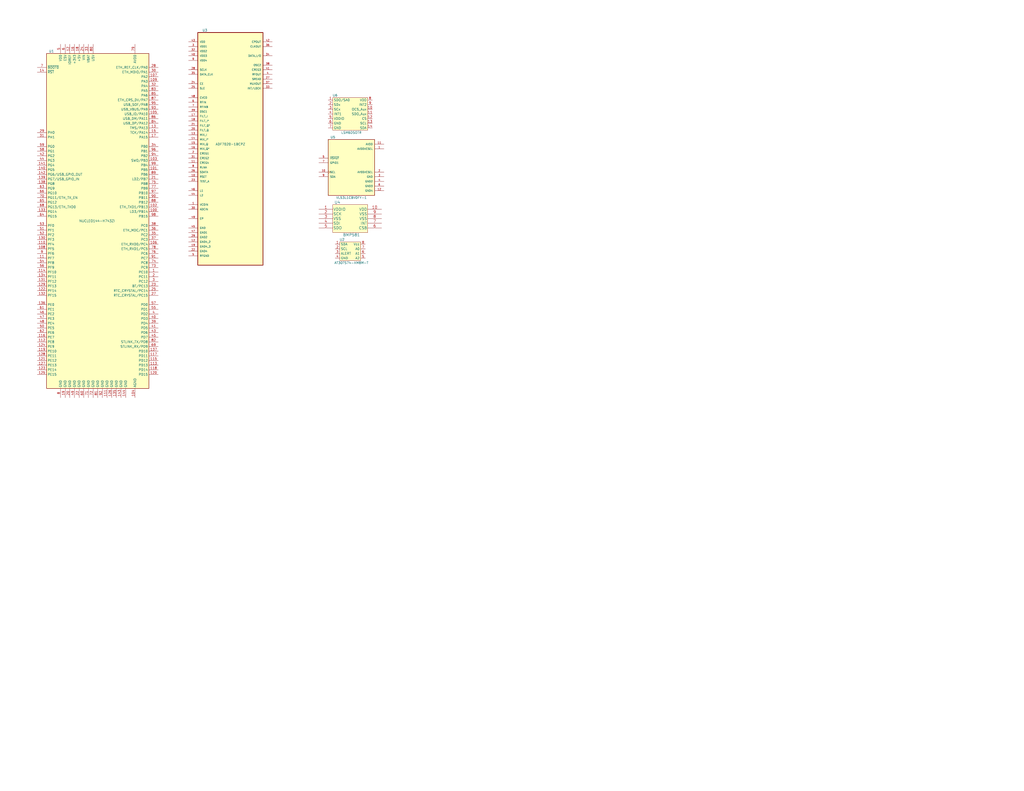
<source format=kicad_sch>
(kicad_sch (version 20211123) (generator eeschema)

  (uuid 1950af95-c9fa-4835-9a9f-b449e8186f0d)

  (paper "C")

  (lib_symbols
    (symbol "KiCad_Cust:ADF7020-1BCPZ" (pin_names (offset 1.016)) (in_bom yes) (on_board yes)
      (property "Reference" "U" (id 0) (at -16.51 60.96 0)
        (effects (font (size 1.27 1.27)) (justify left bottom))
      )
      (property "Value" "ADF7020-1BCPZ" (id 1) (at -7.62 -68.58 0)
        (effects (font (size 1.27 1.27)) (justify left bottom))
      )
      (property "Footprint" "Package_DFN_QFN:VQFN-48-1EP_7x7mm_P0.5mm_EP5.15x5.15mm_ThermalVias" (id 2) (at 0 0 0)
        (effects (font (size 1.27 1.27)) (justify left bottom) hide)
      )
      (property "Datasheet" "" (id 3) (at 0 0 0)
        (effects (font (size 1.27 1.27)) (justify left bottom) hide)
      )
      (property "MPN" "ADF7020-1BCPZ" (id 4) (at 0 0 0)
        (effects (font (size 1.27 1.27)) (justify left bottom) hide)
      )
      (property "PACKAGE" "LFCSP-48" (id 5) (at 0 0 0)
        (effects (font (size 1.27 1.27)) (justify left bottom) hide)
      )
      (property "OC_NEWARK" "19M0658" (id 6) (at 0 0 0)
        (effects (font (size 1.27 1.27)) (justify left bottom) hide)
      )
      (property "OC_FARNELL" "1274184" (id 7) (at 0 0 0)
        (effects (font (size 1.27 1.27)) (justify left bottom) hide)
      )
      (property "SUPPLIER" "Analog Devices" (id 8) (at 0 0 0)
        (effects (font (size 1.27 1.27)) (justify left bottom) hide)
      )
      (property "ki_keywords" "IC RF TXRX VHF 48VFQFN" (id 9) (at 0 0 0)
        (effects (font (size 1.27 1.27)) hide)
      )
      (property "ki_description" "IC RF TxRx Only VHF FM Radio 80MHz ~ 650MHz 48-VFQFN Exposed Pad, CSP" (id 10) (at 0 0 0)
        (effects (font (size 1.27 1.27)) hide)
      )
      (symbol "ADF7020-1BCPZ_0_0"
        (rectangle (start -17.78 -66.04) (end 17.78 60.96)
          (stroke (width 0.4064) (type default) (color 0 0 0 0))
          (fill (type background))
        )
        (pin input line (at -22.86 -33.02 0) (length 5.08)
          (name "VCOIN" (effects (font (size 1.016 1.016))))
          (number "1" (effects (font (size 1.016 1.016))))
        )
        (pin passive line (at -22.86 -17.78 0) (length 5.08)
          (name "RSET" (effects (font (size 1.016 1.016))))
          (number "10" (effects (font (size 1.016 1.016))))
        )
        (pin passive line (at -22.86 -10.16 0) (length 5.08)
          (name "CREG4" (effects (font (size 1.016 1.016))))
          (number "11" (effects (font (size 1.016 1.016))))
        )
        (pin passive line (at -22.86 -53.34 0) (length 5.08)
          (name "GND4_2" (effects (font (size 1.016 1.016))))
          (number "12" (effects (font (size 1.016 1.016))))
        )
        (pin passive line (at -22.86 5.08 0) (length 5.08)
          (name "MIX_I" (effects (font (size 1.016 1.016))))
          (number "13" (effects (font (size 1.016 1.016))))
        )
        (pin passive line (at -22.86 2.54 0) (length 5.08)
          (name "MIX_I*" (effects (font (size 1.016 1.016))))
          (number "14" (effects (font (size 1.016 1.016))))
        )
        (pin passive line (at -22.86 0 0) (length 5.08)
          (name "MIX_Q" (effects (font (size 1.016 1.016))))
          (number "15" (effects (font (size 1.016 1.016))))
        )
        (pin passive line (at -22.86 -2.54 0) (length 5.08)
          (name "MIX_Q*" (effects (font (size 1.016 1.016))))
          (number "16" (effects (font (size 1.016 1.016))))
        )
        (pin passive line (at -22.86 15.24 0) (length 5.08)
          (name "FILT_I" (effects (font (size 1.016 1.016))))
          (number "17" (effects (font (size 1.016 1.016))))
        )
        (pin passive line (at -22.86 12.7 0) (length 5.08)
          (name "FILT_I*" (effects (font (size 1.016 1.016))))
          (number "18" (effects (font (size 1.016 1.016))))
        )
        (pin passive line (at -22.86 -55.88 0) (length 5.08)
          (name "GND4_3" (effects (font (size 1.016 1.016))))
          (number "19" (effects (font (size 1.016 1.016))))
        )
        (pin passive line (at -22.86 -5.08 0) (length 5.08)
          (name "CREG1" (effects (font (size 1.016 1.016))))
          (number "2" (effects (font (size 1.016 1.016))))
        )
        (pin passive line (at -22.86 7.62 0) (length 5.08)
          (name "FILT_Q" (effects (font (size 1.016 1.016))))
          (number "20" (effects (font (size 1.016 1.016))))
        )
        (pin passive line (at -22.86 10.16 0) (length 5.08)
          (name "FILT_Q*" (effects (font (size 1.016 1.016))))
          (number "21" (effects (font (size 1.016 1.016))))
        )
        (pin passive line (at -22.86 -58.42 0) (length 5.08)
          (name "GND4" (effects (font (size 1.016 1.016))))
          (number "22" (effects (font (size 1.016 1.016))))
        )
        (pin passive line (at -22.86 -20.32 0) (length 5.08)
          (name "TEST_A" (effects (font (size 1.016 1.016))))
          (number "23" (effects (font (size 1.016 1.016))))
        )
        (pin passive line (at -22.86 33.02 0) (length 5.08)
          (name "CE" (effects (font (size 1.016 1.016))))
          (number "24" (effects (font (size 1.016 1.016))))
        )
        (pin passive line (at -22.86 30.48 0) (length 5.08)
          (name "SLE" (effects (font (size 1.016 1.016))))
          (number "25" (effects (font (size 1.016 1.016))))
        )
        (pin input line (at -22.86 -15.24 0) (length 5.08)
          (name "SDATA" (effects (font (size 1.016 1.016))))
          (number "26" (effects (font (size 1.016 1.016))))
        )
        (pin output line (at 22.86 35.56 180) (length 5.08)
          (name "SREAD" (effects (font (size 1.016 1.016))))
          (number "27" (effects (font (size 1.016 1.016))))
        )
        (pin input line (at -22.86 40.64 0) (length 5.08)
          (name "SCLK" (effects (font (size 1.016 1.016))))
          (number "28" (effects (font (size 1.016 1.016))))
        )
        (pin passive line (at -22.86 -50.8 0) (length 5.08)
          (name "GND2" (effects (font (size 1.016 1.016))))
          (number "29" (effects (font (size 1.016 1.016))))
        )
        (pin power_in line (at -22.86 53.34 0) (length 5.08)
          (name "VDD1" (effects (font (size 1.016 1.016))))
          (number "3" (effects (font (size 1.016 1.016))))
        )
        (pin input line (at -22.86 -35.56 0) (length 5.08)
          (name "ADCIN" (effects (font (size 1.016 1.016))))
          (number "30" (effects (font (size 1.016 1.016))))
        )
        (pin passive line (at -22.86 -7.62 0) (length 5.08)
          (name "CREG2" (effects (font (size 1.016 1.016))))
          (number "31" (effects (font (size 1.016 1.016))))
        )
        (pin power_in line (at -22.86 50.8 0) (length 5.08)
          (name "VDD2" (effects (font (size 1.016 1.016))))
          (number "32" (effects (font (size 1.016 1.016))))
        )
        (pin bidirectional line (at 22.86 30.48 180) (length 5.08)
          (name "INT/LOCK" (effects (font (size 1.016 1.016))))
          (number "33" (effects (font (size 1.016 1.016))))
        )
        (pin bidirectional line (at 22.86 48.26 180) (length 5.08)
          (name "DATA_I/O" (effects (font (size 1.016 1.016))))
          (number "34" (effects (font (size 1.016 1.016))))
        )
        (pin passive line (at -22.86 38.1 0) (length 5.08)
          (name "DATA_CLK" (effects (font (size 1.016 1.016))))
          (number "35" (effects (font (size 1.016 1.016))))
        )
        (pin output line (at 22.86 53.34 180) (length 5.08)
          (name "CLKOUT" (effects (font (size 1.016 1.016))))
          (number "36" (effects (font (size 1.016 1.016))))
        )
        (pin output line (at 22.86 33.02 180) (length 5.08)
          (name "MUXOUT" (effects (font (size 1.016 1.016))))
          (number "37" (effects (font (size 1.016 1.016))))
        )
        (pin output line (at 22.86 43.18 180) (length 5.08)
          (name "OSC2" (effects (font (size 1.016 1.016))))
          (number "38" (effects (font (size 1.016 1.016))))
        )
        (pin input line (at -22.86 17.78 0) (length 5.08)
          (name "OSC1" (effects (font (size 1.016 1.016))))
          (number "39" (effects (font (size 1.016 1.016))))
        )
        (pin output line (at 22.86 38.1 180) (length 5.08)
          (name "RFOUT" (effects (font (size 1.016 1.016))))
          (number "4" (effects (font (size 1.016 1.016))))
        )
        (pin power_in line (at -22.86 48.26 0) (length 5.08)
          (name "VDD3" (effects (font (size 1.016 1.016))))
          (number "40" (effects (font (size 1.016 1.016))))
        )
        (pin passive line (at 22.86 40.64 180) (length 5.08)
          (name "CREG3" (effects (font (size 1.016 1.016))))
          (number "41" (effects (font (size 1.016 1.016))))
        )
        (pin output line (at 22.86 55.88 180) (length 5.08)
          (name "CPOUT" (effects (font (size 1.016 1.016))))
          (number "42" (effects (font (size 1.016 1.016))))
        )
        (pin power_in line (at -22.86 55.88 0) (length 5.08)
          (name "VDD" (effects (font (size 1.016 1.016))))
          (number "43" (effects (font (size 1.016 1.016))))
        )
        (pin passive line (at -22.86 -27.94 0) (length 5.08)
          (name "L2" (effects (font (size 1.016 1.016))))
          (number "44" (effects (font (size 1.016 1.016))))
        )
        (pin passive line (at -22.86 -45.72 0) (length 5.08)
          (name "GND" (effects (font (size 1.016 1.016))))
          (number "45" (effects (font (size 1.016 1.016))))
        )
        (pin passive line (at -22.86 -25.4 0) (length 5.08)
          (name "L1" (effects (font (size 1.016 1.016))))
          (number "46" (effects (font (size 1.016 1.016))))
        )
        (pin passive line (at -22.86 -48.26 0) (length 5.08)
          (name "GND1" (effects (font (size 1.016 1.016))))
          (number "47" (effects (font (size 1.016 1.016))))
        )
        (pin passive line (at -22.86 25.4 0) (length 5.08)
          (name "CVCO" (effects (font (size 1.016 1.016))))
          (number "48" (effects (font (size 1.016 1.016))))
        )
        (pin passive line (at -22.86 -40.64 0) (length 5.08)
          (name "EP" (effects (font (size 1.016 1.016))))
          (number "49" (effects (font (size 1.016 1.016))))
        )
        (pin passive line (at -22.86 -60.96 0) (length 5.08)
          (name "RFGND" (effects (font (size 1.016 1.016))))
          (number "5" (effects (font (size 1.016 1.016))))
        )
        (pin input line (at -22.86 22.86 0) (length 5.08)
          (name "RFIN" (effects (font (size 1.016 1.016))))
          (number "6" (effects (font (size 1.016 1.016))))
        )
        (pin input line (at -22.86 20.32 0) (length 5.08)
          (name "RFINB" (effects (font (size 1.016 1.016))))
          (number "7" (effects (font (size 1.016 1.016))))
        )
        (pin passive line (at -22.86 -12.7 0) (length 5.08)
          (name "RLNA" (effects (font (size 1.016 1.016))))
          (number "8" (effects (font (size 1.016 1.016))))
        )
        (pin power_in line (at -22.86 45.72 0) (length 5.08)
          (name "VDD4" (effects (font (size 1.016 1.016))))
          (number "9" (effects (font (size 1.016 1.016))))
        )
      )
    )
    (symbol "KiCad_Cust:AT30TS74-XM8M-T" (in_bom yes) (on_board yes)
      (property "Reference" "U" (id 0) (at -5.08 6.35 0)
        (effects (font (size 1.27 1.27)))
      )
      (property "Value" "AT30TS74-XM8M-T" (id 1) (at 0 -6.35 0)
        (effects (font (size 1.27 1.27)))
      )
      (property "Footprint" "Package_SO:MSOP-8_3x3mm_P0.65mm" (id 2) (at 0 0 0)
        (effects (font (size 1.27 1.27)) hide)
      )
      (property "Datasheet" "https://ww1.microchip.com/downloads/en/DeviceDoc/Web_AT30TS74_0217.pdf" (id 3) (at 0 0 0)
        (effects (font (size 1.27 1.27)) hide)
      )
      (property "ki_keywords" "SENSOR DIGITAL -55C-125C 8MSOP" (id 4) (at 0 0 0)
        (effects (font (size 1.27 1.27)) hide)
      )
      (property "ki_description" "Temperature Sensor Digital, Local -55°C ~ 125°C 11 b 8-TSSOP/MSOP" (id 5) (at 0 0 0)
        (effects (font (size 1.27 1.27)) hide)
      )
      (symbol "AT30TS74-XM8M-T_0_0"
        (pin input line (at -8.89 3.81 0) (length 2.54)
          (name "SDA" (effects (font (size 1.27 1.27))))
          (number "1" (effects (font (size 1.27 1.27))))
        )
        (pin input line (at -8.89 1.27 0) (length 2.54)
          (name "SCL" (effects (font (size 1.27 1.27))))
          (number "2" (effects (font (size 1.27 1.27))))
        )
        (pin output line (at -8.89 -1.27 0) (length 2.54)
          (name "ALERT" (effects (font (size 1.27 1.27))))
          (number "3" (effects (font (size 1.27 1.27))))
        )
        (pin power_in line (at -8.89 -3.81 0) (length 2.54)
          (name "GND" (effects (font (size 1.27 1.27))))
          (number "4" (effects (font (size 1.27 1.27))))
        )
        (pin input line (at 7.62 -3.81 180) (length 2.54)
          (name "A2" (effects (font (size 1.27 1.27))))
          (number "5" (effects (font (size 1.27 1.27))))
        )
        (pin input line (at 7.62 -1.27 180) (length 2.54)
          (name "A1" (effects (font (size 1.27 1.27))))
          (number "6" (effects (font (size 1.27 1.27))))
        )
        (pin input line (at 7.62 1.27 180) (length 2.54)
          (name "A0" (effects (font (size 1.27 1.27))))
          (number "7" (effects (font (size 1.27 1.27))))
        )
        (pin power_in line (at 7.62 3.81 180) (length 2.54)
          (name "Vcc" (effects (font (size 1.27 1.27))))
          (number "8" (effects (font (size 1.27 1.27))))
        )
      )
      (symbol "AT30TS74-XM8M-T_0_1"
        (rectangle (start -6.35 5.08) (end 5.08 -5.08)
          (stroke (width 0) (type default) (color 0 0 0 0))
          (fill (type background))
        )
      )
    )
    (symbol "KiCad_Cust:BMP581" (pin_names (offset 0.254)) (in_bom yes) (on_board yes)
      (property "Reference" "U" (id 0) (at -8.89 8.89 0)
        (effects (font (size 1.524 1.524)))
      )
      (property "Value" "BMP581" (id 1) (at 0 -8.89 0)
        (effects (font (size 1.524 1.524)))
      )
      (property "Footprint" "KiCad_Cust:BMP581" (id 2) (at 5.08 10.16 0)
        (effects (font (size 1.524 1.524)) hide)
      )
      (property "Datasheet" "https://www.bosch-sensortec.com/media/boschsensortec/downloads/datasheets/bst-bmp581-ds004.pdf" (id 3) (at 0 0 0)
        (effects (font (size 1.524 1.524)) hide)
      )
      (property "ki_keywords" "SENSOR PRESSURE ABSOLUTE" (id 4) (at 0 0 0)
        (effects (font (size 1.27 1.27)) hide)
      )
      (property "ki_description" "Pressure Sensor 4.35PSI ~ 18.13PSI (30kPa ~ 125kPa) Absolute 10-WFLGA" (id 5) (at 0 0 0)
        (effects (font (size 1.27 1.27)) hide)
      )
      (property "ki_fp_filters" "QFN10_BMP581_BOS QFN10_BMP581_BOS-M QFN10_BMP581_BOS-L" (id 6) (at 0 0 0)
        (effects (font (size 1.27 1.27)) hide)
      )
      (symbol "BMP581_1_1"
        (rectangle (start -10.16 7.62) (end 8.89 -7.62)
          (stroke (width 0) (type default) (color 0 0 0 0))
          (fill (type background))
        )
        (pin power_in line (at -17.78 5.08 0) (length 7.62)
          (name "VDDIO" (effects (font (size 1.4986 1.4986))))
          (number "1" (effects (font (size 1.4986 1.4986))))
        )
        (pin power_in line (at 16.51 5.08 180) (length 7.62)
          (name "VDD" (effects (font (size 1.4986 1.4986))))
          (number "10" (effects (font (size 1.4986 1.4986))))
        )
        (pin unspecified line (at -17.78 2.54 0) (length 7.62)
          (name "SCK" (effects (font (size 1.4986 1.4986))))
          (number "2" (effects (font (size 1.4986 1.4986))))
        )
        (pin power_in line (at -17.78 0 0) (length 7.62)
          (name "VSS" (effects (font (size 1.4986 1.4986))))
          (number "3" (effects (font (size 1.4986 1.4986))))
        )
        (pin unspecified line (at -17.78 -2.54 0) (length 7.62)
          (name "SDI" (effects (font (size 1.4986 1.4986))))
          (number "4" (effects (font (size 1.4986 1.4986))))
        )
        (pin unspecified line (at -17.78 -5.08 0) (length 7.62)
          (name "SDO" (effects (font (size 1.4986 1.4986))))
          (number "5" (effects (font (size 1.4986 1.4986))))
        )
        (pin unspecified line (at 16.51 -5.08 180) (length 7.62)
          (name "CSB" (effects (font (size 1.4986 1.4986))))
          (number "6" (effects (font (size 1.4986 1.4986))))
        )
        (pin input line (at 16.51 -2.54 180) (length 7.62)
          (name "INT" (effects (font (size 1.4986 1.4986))))
          (number "7" (effects (font (size 1.4986 1.4986))))
        )
        (pin power_in line (at 16.51 0 180) (length 7.62)
          (name "VSS" (effects (font (size 1.4986 1.4986))))
          (number "8" (effects (font (size 1.4986 1.4986))))
        )
        (pin power_in line (at 16.51 2.54 180) (length 7.62)
          (name "VSS" (effects (font (size 1.4986 1.4986))))
          (number "9" (effects (font (size 1.4986 1.4986))))
        )
      )
    )
    (symbol "KiCad_Cust:LSM6DSOTR" (in_bom yes) (on_board yes)
      (property "Reference" "U" (id 0) (at -8.89 10.16 0)
        (effects (font (size 1.27 1.27)))
      )
      (property "Value" "LSM6DSOTR" (id 1) (at 0 -10.16 0)
        (effects (font (size 1.27 1.27)))
      )
      (property "Footprint" "KiCad_Cust:LSM6DSOTR" (id 2) (at -12.7 7.62 0)
        (effects (font (size 1.27 1.27)) hide)
      )
      (property "Datasheet" "https://www.st.com/resource/en/datasheet/lsm6dso.pdf" (id 3) (at -12.7 7.62 0)
        (effects (font (size 1.27 1.27)) hide)
      )
      (property "ki_keywords" "MEMS Accelerometer, Gyroscope, 6 Axis Sensor" (id 4) (at 0 0 0)
        (effects (font (size 1.27 1.27)) hide)
      )
      (property "ki_description" "Accelerometer, Gyroscope, 6 Axis Sensor I²C, SPI Output" (id 5) (at 0 0 0)
        (effects (font (size 1.27 1.27)) hide)
      )
      (symbol "LSM6DSOTR_0_0"
        (pin unspecified line (at -12.7 7.62 0) (length 2.54)
          (name "SDO/SA0" (effects (font (size 1.27 1.27))))
          (number "1" (effects (font (size 1.27 1.27))))
        )
        (pin unspecified line (at 11.43 2.54 180) (length 2.54)
          (name "OCS_Aux" (effects (font (size 1.27 1.27))))
          (number "10" (effects (font (size 1.27 1.27))))
        )
        (pin unspecified line (at 11.43 0 180) (length 2.54)
          (name "SDO_Aux" (effects (font (size 1.27 1.27))))
          (number "11" (effects (font (size 1.27 1.27))))
        )
        (pin unspecified line (at 11.43 -2.54 180) (length 2.54)
          (name "CS" (effects (font (size 1.27 1.27))))
          (number "12" (effects (font (size 1.27 1.27))))
        )
        (pin unspecified line (at 11.43 -5.08 180) (length 2.54)
          (name "SCL" (effects (font (size 1.27 1.27))))
          (number "13" (effects (font (size 1.27 1.27))))
        )
        (pin unspecified line (at 11.43 -7.62 180) (length 2.54)
          (name "SDA" (effects (font (size 1.27 1.27))))
          (number "14" (effects (font (size 1.27 1.27))))
        )
        (pin unspecified line (at -12.7 5.08 0) (length 2.54)
          (name "SDx" (effects (font (size 1.27 1.27))))
          (number "2" (effects (font (size 1.27 1.27))))
        )
        (pin unspecified line (at -12.7 2.54 0) (length 2.54)
          (name "SCx" (effects (font (size 1.27 1.27))))
          (number "3" (effects (font (size 1.27 1.27))))
        )
        (pin unspecified line (at -12.7 0 0) (length 2.54)
          (name "INT1" (effects (font (size 1.27 1.27))))
          (number "4" (effects (font (size 1.27 1.27))))
        )
        (pin unspecified line (at -12.7 -2.54 0) (length 2.54)
          (name "VDDIO" (effects (font (size 1.27 1.27))))
          (number "5" (effects (font (size 1.27 1.27))))
        )
        (pin unspecified line (at -12.7 -5.08 0) (length 2.54)
          (name "GND" (effects (font (size 1.27 1.27))))
          (number "6" (effects (font (size 1.27 1.27))))
        )
        (pin unspecified line (at -12.7 -7.62 0) (length 2.54)
          (name "GND" (effects (font (size 1.27 1.27))))
          (number "7" (effects (font (size 1.27 1.27))))
        )
        (pin unspecified line (at 11.43 7.62 180) (length 2.54)
          (name "VDD" (effects (font (size 1.27 1.27))))
          (number "8" (effects (font (size 1.27 1.27))))
        )
        (pin unspecified line (at 11.43 5.08 180) (length 2.54)
          (name "INT2" (effects (font (size 1.27 1.27))))
          (number "9" (effects (font (size 1.27 1.27))))
        )
      )
      (symbol "LSM6DSOTR_0_1"
        (rectangle (start -10.16 8.89) (end 8.89 -8.89)
          (stroke (width 0) (type default) (color 0 0 0 0))
          (fill (type background))
        )
      )
    )
    (symbol "KiCad_Cust:VL53L1CBV0FY-1" (pin_names (offset 1.016)) (in_bom yes) (on_board yes)
      (property "Reference" "U" (id 0) (at -13.208 16.002 0)
        (effects (font (size 1.27 1.27)) (justify left bottom))
      )
      (property "Value" "VL53L1CBV0FY-1" (id 1) (at -13.081 -18.796 0)
        (effects (font (size 1.27 1.27)) (justify left bottom))
      )
      (property "Footprint" "KiCad_Cust:XDCR_VL53L1CBV0FY-1" (id 2) (at 0 0 0)
        (effects (font (size 1.27 1.27)) (justify left bottom) hide)
      )
      (property "Datasheet" "https://www.st.com/resource/en/datasheet/vl53l1.pdf" (id 3) (at 0 0 0)
        (effects (font (size 1.27 1.27)) (justify left bottom) hide)
      )
      (property "MANUFACTURER" "ST Microelectronics" (id 4) (at 0 0 0)
        (effects (font (size 1.27 1.27)) (justify left bottom) hide)
      )
      (property "PARTREV" "3" (id 5) (at 0 0 0)
        (effects (font (size 1.27 1.27)) (justify left bottom) hide)
      )
      (property "STANDARD" "Manufacturer Recommendations" (id 6) (at 0 0 0)
        (effects (font (size 1.27 1.27)) (justify left bottom) hide)
      )
      (property "MAXIMUM_PACKAGE_HEIGHT" "1.6mm" (id 7) (at 0 0 0)
        (effects (font (size 1.27 1.27)) (justify left bottom) hide)
      )
      (property "ki_keywords" "SENSOR OPTICAL 8M I2C" (id 8) (at 0 0 0)
        (effects (font (size 1.27 1.27)) hide)
      )
      (property "ki_description" "Optical Sensor 314.96\" (8m) I²C Output" (id 9) (at 0 0 0)
        (effects (font (size 1.27 1.27)) hide)
      )
      (symbol "VL53L1CBV0FY-1_0_0"
        (rectangle (start -12.7 -15.24) (end 12.7 15.24)
          (stroke (width 0.254) (type default) (color 0 0 0 0))
          (fill (type background))
        )
        (pin power_in line (at 17.78 10.16 180) (length 5.08)
          (name "AVDDVCSEL" (effects (font (size 1.016 1.016))))
          (number "1" (effects (font (size 1.016 1.016))))
        )
        (pin input clock (at -17.78 -2.54 0) (length 5.08)
          (name "SCL" (effects (font (size 1.016 1.016))))
          (number "10" (effects (font (size 1.016 1.016))))
        )
        (pin power_in line (at 17.78 12.7 180) (length 5.08)
          (name "AVDD" (effects (font (size 1.016 1.016))))
          (number "11" (effects (font (size 1.016 1.016))))
        )
        (pin power_in line (at 17.78 -12.7 180) (length 5.08)
          (name "GND4" (effects (font (size 1.016 1.016))))
          (number "12" (effects (font (size 1.016 1.016))))
        )
        (pin power_in line (at 17.78 -2.54 180) (length 5.08)
          (name "AVSSVCSEL" (effects (font (size 1.016 1.016))))
          (number "2" (effects (font (size 1.016 1.016))))
        )
        (pin power_in line (at 17.78 -5.08 180) (length 5.08)
          (name "GND" (effects (font (size 1.016 1.016))))
          (number "3" (effects (font (size 1.016 1.016))))
        )
        (pin power_in line (at 17.78 -7.62 180) (length 5.08)
          (name "GND2" (effects (font (size 1.016 1.016))))
          (number "4" (effects (font (size 1.016 1.016))))
        )
        (pin input line (at -17.78 5.08 0) (length 5.08)
          (name "~{XSHUT}" (effects (font (size 1.016 1.016))))
          (number "5" (effects (font (size 1.016 1.016))))
        )
        (pin power_in line (at 17.78 -10.16 180) (length 5.08)
          (name "GND3" (effects (font (size 1.016 1.016))))
          (number "6" (effects (font (size 1.016 1.016))))
        )
        (pin output line (at -17.78 2.54 0) (length 5.08)
          (name "GPIO1" (effects (font (size 1.016 1.016))))
          (number "7" (effects (font (size 1.016 1.016))))
        )
        (pin no_connect line (at -15.24 -10.16 0) (length 2.54) hide
          (name "DNC" (effects (font (size 1.27 1.27))))
          (number "8" (effects (font (size 1.27 1.27))))
        )
        (pin bidirectional line (at -17.78 -5.08 0) (length 5.08)
          (name "SDA" (effects (font (size 1.016 1.016))))
          (number "9" (effects (font (size 1.016 1.016))))
        )
      )
    )
    (symbol "MCU_Module:NUCLEO144-H743ZI" (in_bom yes) (on_board yes)
      (property "Reference" "U" (id 0) (at -22.86 94.615 0)
        (effects (font (size 1.27 1.27)) (justify right))
      )
      (property "Value" "NUCLEO144-H743ZI" (id 1) (at -22.86 92.71 0)
        (effects (font (size 1.27 1.27)) (justify right))
      )
      (property "Footprint" "Module:ST_Morpho_Connector_144_STLink" (id 2) (at 21.59 -92.71 0)
        (effects (font (size 1.27 1.27)) (justify left) hide)
      )
      (property "Datasheet" "https://www.st.com/resource/en/user_manual/dm00244518-stm32-nucleo144-boards-stmicroelectronics.pdf" (id 3) (at -22.86 7.62 0)
        (effects (font (size 1.27 1.27)) hide)
      )
      (property "ki_keywords" "STM32 Nucleo ST" (id 4) (at 0 0 0)
        (effects (font (size 1.27 1.27)) hide)
      )
      (property "ki_description" "Nucleo 144 Development Board with STM32H743ZIT6 MCU, 1024kB RAM, 2Mb FLASH" (id 5) (at 0 0 0)
        (effects (font (size 1.27 1.27)) hide)
      )
      (property "ki_fp_filters" "ST*Morpho*Connector*144*STLink*" (id 6) (at 0 0 0)
        (effects (font (size 1.27 1.27)) hide)
      )
      (symbol "NUCLEO144-H743ZI_0_1"
        (rectangle (start -27.94 -91.44) (end 27.94 91.44)
          (stroke (width 0.254) (type default) (color 0 0 0 0))
          (fill (type background))
        )
      )
      (symbol "NUCLEO144-H743ZI_1_1"
        (pin bidirectional line (at 33.02 -27.94 180) (length 5.08)
          (name "PC10" (effects (font (size 1.27 1.27))))
          (number "1" (effects (font (size 1.27 1.27))))
        )
        (pin no_connect line (at -33.02 55.88 0) (length 5.08) hide
          (name "NC" (effects (font (size 1.27 1.27))))
          (number "10" (effects (font (size 1.27 1.27))))
        )
        (pin bidirectional line (at 33.02 5.08 180) (length 5.08)
          (name "LD3/PB14" (effects (font (size 1.27 1.27))))
          (number "100" (effects (font (size 1.27 1.27))))
        )
        (pin bidirectional line (at 33.02 27.94 180) (length 5.08)
          (name "PB5" (effects (font (size 1.27 1.27))))
          (number "101" (effects (font (size 1.27 1.27))))
        )
        (pin bidirectional line (at 33.02 7.62 180) (length 5.08)
          (name "ETH_TXD1/PB13" (effects (font (size 1.27 1.27))))
          (number "102" (effects (font (size 1.27 1.27))))
        )
        (pin bidirectional line (at 33.02 33.02 180) (length 5.08)
          (name "SWO/PB3" (effects (font (size 1.27 1.27))))
          (number "103" (effects (font (size 1.27 1.27))))
        )
        (pin power_in line (at 20.32 -96.52 90) (length 5.08)
          (name "AGND" (effects (font (size 1.27 1.27))))
          (number "104" (effects (font (size 1.27 1.27))))
        )
        (pin bidirectional line (at 33.02 58.42 180) (length 5.08)
          (name "USB_ID/PA10" (effects (font (size 1.27 1.27))))
          (number "105" (effects (font (size 1.27 1.27))))
        )
        (pin bidirectional line (at 33.02 -12.7 180) (length 5.08)
          (name "ETH_RXD0/PC4" (effects (font (size 1.27 1.27))))
          (number "106" (effects (font (size 1.27 1.27))))
        )
        (pin bidirectional line (at 33.02 78.74 180) (length 5.08)
          (name "PA2" (effects (font (size 1.27 1.27))))
          (number "107" (effects (font (size 1.27 1.27))))
        )
        (pin bidirectional line (at -33.02 -15.24 0) (length 5.08)
          (name "PF5" (effects (font (size 1.27 1.27))))
          (number "108" (effects (font (size 1.27 1.27))))
        )
        (pin bidirectional line (at 33.02 76.2 180) (length 5.08)
          (name "PA3" (effects (font (size 1.27 1.27))))
          (number "109" (effects (font (size 1.27 1.27))))
        )
        (pin bidirectional line (at -33.02 -20.32 0) (length 5.08)
          (name "PF7" (effects (font (size 1.27 1.27))))
          (number "11" (effects (font (size 1.27 1.27))))
        )
        (pin bidirectional line (at -33.02 -12.7 0) (length 5.08)
          (name "PF4" (effects (font (size 1.27 1.27))))
          (number "110" (effects (font (size 1.27 1.27))))
        )
        (pin power_in line (at 5.08 -96.52 90) (length 5.08)
          (name "GND" (effects (font (size 1.27 1.27))))
          (number "111" (effects (font (size 1.27 1.27))))
        )
        (pin bidirectional line (at -33.02 -66.04 0) (length 5.08)
          (name "PE8" (effects (font (size 1.27 1.27))))
          (number "112" (effects (font (size 1.27 1.27))))
        )
        (pin bidirectional line (at 33.02 -78.74 180) (length 5.08)
          (name "PD13" (effects (font (size 1.27 1.27))))
          (number "113" (effects (font (size 1.27 1.27))))
        )
        (pin bidirectional line (at -33.02 -27.94 0) (length 5.08)
          (name "PF10" (effects (font (size 1.27 1.27))))
          (number "114" (effects (font (size 1.27 1.27))))
        )
        (pin bidirectional line (at 33.02 -76.2 180) (length 5.08)
          (name "PD12" (effects (font (size 1.27 1.27))))
          (number "115" (effects (font (size 1.27 1.27))))
        )
        (pin bidirectional line (at -33.02 -63.5 0) (length 5.08)
          (name "PE7" (effects (font (size 1.27 1.27))))
          (number "116" (effects (font (size 1.27 1.27))))
        )
        (pin bidirectional line (at 33.02 -73.66 180) (length 5.08)
          (name "PD11" (effects (font (size 1.27 1.27))))
          (number "117" (effects (font (size 1.27 1.27))))
        )
        (pin bidirectional line (at 33.02 -81.28 180) (length 5.08)
          (name "PD14" (effects (font (size 1.27 1.27))))
          (number "118" (effects (font (size 1.27 1.27))))
        )
        (pin bidirectional line (at -33.02 -71.12 0) (length 5.08)
          (name "PE10" (effects (font (size 1.27 1.27))))
          (number "119" (effects (font (size 1.27 1.27))))
        )
        (pin power_in line (at -15.24 96.52 270) (length 5.08)
          (name "IOREF" (effects (font (size 1.27 1.27))))
          (number "12" (effects (font (size 1.27 1.27))))
        )
        (pin bidirectional line (at 33.02 -83.82 180) (length 5.08)
          (name "PD15" (effects (font (size 1.27 1.27))))
          (number "120" (effects (font (size 1.27 1.27))))
        )
        (pin bidirectional line (at -33.02 -76.2 0) (length 5.08)
          (name "PE12" (effects (font (size 1.27 1.27))))
          (number "121" (effects (font (size 1.27 1.27))))
        )
        (pin bidirectional line (at -33.02 -38.1 0) (length 5.08)
          (name "PF14" (effects (font (size 1.27 1.27))))
          (number "122" (effects (font (size 1.27 1.27))))
        )
        (pin bidirectional line (at -33.02 -81.28 0) (length 5.08)
          (name "PE14" (effects (font (size 1.27 1.27))))
          (number "123" (effects (font (size 1.27 1.27))))
        )
        (pin bidirectional line (at -33.02 -68.58 0) (length 5.08)
          (name "PE9" (effects (font (size 1.27 1.27))))
          (number "124" (effects (font (size 1.27 1.27))))
        )
        (pin bidirectional line (at -33.02 -83.82 0) (length 5.08)
          (name "PE15" (effects (font (size 1.27 1.27))))
          (number "125" (effects (font (size 1.27 1.27))))
        )
        (pin power_in line (at 7.62 -96.52 90) (length 5.08)
          (name "GND" (effects (font (size 1.27 1.27))))
          (number "126" (effects (font (size 1.27 1.27))))
        )
        (pin bidirectional line (at -33.02 -78.74 0) (length 5.08)
          (name "PE13" (effects (font (size 1.27 1.27))))
          (number "127" (effects (font (size 1.27 1.27))))
        )
        (pin bidirectional line (at -33.02 -73.66 0) (length 5.08)
          (name "PE11" (effects (font (size 1.27 1.27))))
          (number "128" (effects (font (size 1.27 1.27))))
        )
        (pin bidirectional line (at -33.02 -35.56 0) (length 5.08)
          (name "PF13" (effects (font (size 1.27 1.27))))
          (number "129" (effects (font (size 1.27 1.27))))
        )
        (pin bidirectional line (at 33.02 50.8 180) (length 5.08)
          (name "TMS/PA13" (effects (font (size 1.27 1.27))))
          (number "13" (effects (font (size 1.27 1.27))))
        )
        (pin bidirectional line (at -33.02 -10.16 0) (length 5.08)
          (name "PF3" (effects (font (size 1.27 1.27))))
          (number "130" (effects (font (size 1.27 1.27))))
        )
        (pin bidirectional line (at -33.02 -33.02 0) (length 5.08)
          (name "PF12" (effects (font (size 1.27 1.27))))
          (number "131" (effects (font (size 1.27 1.27))))
        )
        (pin bidirectional line (at -33.02 -40.64 0) (length 5.08)
          (name "PF15" (effects (font (size 1.27 1.27))))
          (number "132" (effects (font (size 1.27 1.27))))
        )
        (pin bidirectional line (at -33.02 5.08 0) (length 5.08)
          (name "PG14" (effects (font (size 1.27 1.27))))
          (number "133" (effects (font (size 1.27 1.27))))
        )
        (pin bidirectional line (at -33.02 -30.48 0) (length 5.08)
          (name "PF11" (effects (font (size 1.27 1.27))))
          (number "134" (effects (font (size 1.27 1.27))))
        )
        (pin power_in line (at 10.16 -96.52 90) (length 5.08)
          (name "GND" (effects (font (size 1.27 1.27))))
          (number "135" (effects (font (size 1.27 1.27))))
        )
        (pin bidirectional line (at -33.02 -45.72 0) (length 5.08)
          (name "PE0" (effects (font (size 1.27 1.27))))
          (number "136" (effects (font (size 1.27 1.27))))
        )
        (pin bidirectional line (at 33.02 -71.12 180) (length 5.08)
          (name "PD10" (effects (font (size 1.27 1.27))))
          (number "137" (effects (font (size 1.27 1.27))))
        )
        (pin bidirectional line (at -33.02 20.32 0) (length 5.08)
          (name "PG8" (effects (font (size 1.27 1.27))))
          (number "138" (effects (font (size 1.27 1.27))))
        )
        (pin bidirectional line (at -33.02 22.86 0) (length 5.08)
          (name "PG7/USB_GPIO_IN" (effects (font (size 1.27 1.27))))
          (number "139" (effects (font (size 1.27 1.27))))
        )
        (pin input line (at -33.02 81.28 0) (length 5.08)
          (name "~{RST}" (effects (font (size 1.27 1.27))))
          (number "14" (effects (font (size 1.27 1.27))))
        )
        (pin bidirectional line (at -33.02 27.94 0) (length 5.08)
          (name "PG5" (effects (font (size 1.27 1.27))))
          (number "140" (effects (font (size 1.27 1.27))))
        )
        (pin bidirectional line (at -33.02 30.48 0) (length 5.08)
          (name "PG4" (effects (font (size 1.27 1.27))))
          (number "141" (effects (font (size 1.27 1.27))))
        )
        (pin bidirectional line (at -33.02 25.4 0) (length 5.08)
          (name "PG6/USB_GPIO_OUT" (effects (font (size 1.27 1.27))))
          (number "142" (effects (font (size 1.27 1.27))))
        )
        (pin power_in line (at 12.7 -96.52 90) (length 5.08)
          (name "GND" (effects (font (size 1.27 1.27))))
          (number "143" (effects (font (size 1.27 1.27))))
        )
        (pin power_in line (at 15.24 -96.52 90) (length 5.08)
          (name "GND" (effects (font (size 1.27 1.27))))
          (number "144" (effects (font (size 1.27 1.27))))
        )
        (pin bidirectional line (at 33.02 48.26 180) (length 5.08)
          (name "TCK/PA14" (effects (font (size 1.27 1.27))))
          (number "15" (effects (font (size 1.27 1.27))))
        )
        (pin power_in line (at -12.7 96.52 270) (length 5.08)
          (name "+3V3" (effects (font (size 1.27 1.27))))
          (number "16" (effects (font (size 1.27 1.27))))
        )
        (pin bidirectional line (at 33.02 45.72 180) (length 5.08)
          (name "PA15" (effects (font (size 1.27 1.27))))
          (number "17" (effects (font (size 1.27 1.27))))
        )
        (pin power_in line (at -10.16 96.52 270) (length 5.08)
          (name "+5V" (effects (font (size 1.27 1.27))))
          (number "18" (effects (font (size 1.27 1.27))))
        )
        (pin power_in line (at -17.78 -96.52 90) (length 5.08)
          (name "GND" (effects (font (size 1.27 1.27))))
          (number "19" (effects (font (size 1.27 1.27))))
        )
        (pin bidirectional line (at 33.02 -30.48 180) (length 5.08)
          (name "PC11" (effects (font (size 1.27 1.27))))
          (number "2" (effects (font (size 1.27 1.27))))
        )
        (pin power_in line (at -15.24 -96.52 90) (length 5.08)
          (name "GND" (effects (font (size 1.27 1.27))))
          (number "20" (effects (font (size 1.27 1.27))))
        )
        (pin bidirectional line (at 33.02 22.86 180) (length 5.08)
          (name "LD2/PB7" (effects (font (size 1.27 1.27))))
          (number "21" (effects (font (size 1.27 1.27))))
        )
        (pin power_in line (at -10.16 -96.52 90) (length 5.08)
          (name "GND" (effects (font (size 1.27 1.27))))
          (number "22" (effects (font (size 1.27 1.27))))
        )
        (pin bidirectional line (at 33.02 -35.56 180) (length 5.08)
          (name "BT/PC13" (effects (font (size 1.27 1.27))))
          (number "23" (effects (font (size 1.27 1.27))))
        )
        (pin power_in line (at -7.62 96.52 270) (length 5.08)
          (name "VIN" (effects (font (size 1.27 1.27))))
          (number "24" (effects (font (size 1.27 1.27))))
        )
        (pin bidirectional line (at 33.02 -38.1 180) (length 5.08)
          (name "RTC_CRYSTAL/PC14" (effects (font (size 1.27 1.27))))
          (number "25" (effects (font (size 1.27 1.27))))
        )
        (pin no_connect line (at -33.02 58.42 0) (length 5.08) hide
          (name "NC" (effects (font (size 1.27 1.27))))
          (number "26" (effects (font (size 1.27 1.27))))
        )
        (pin bidirectional line (at 33.02 -40.64 180) (length 5.08)
          (name "RTC_CRYSTAL/PC15" (effects (font (size 1.27 1.27))))
          (number "27" (effects (font (size 1.27 1.27))))
        )
        (pin bidirectional line (at 33.02 83.82 180) (length 5.08)
          (name "ETH_REF_CLK/PA0" (effects (font (size 1.27 1.27))))
          (number "28" (effects (font (size 1.27 1.27))))
        )
        (pin bidirectional line (at -33.02 48.26 0) (length 5.08)
          (name "PH0" (effects (font (size 1.27 1.27))))
          (number "29" (effects (font (size 1.27 1.27))))
        )
        (pin bidirectional line (at 33.02 -33.02 180) (length 5.08)
          (name "PC12" (effects (font (size 1.27 1.27))))
          (number "3" (effects (font (size 1.27 1.27))))
        )
        (pin bidirectional line (at 33.02 81.28 180) (length 5.08)
          (name "ETH_MDIO/PA1" (effects (font (size 1.27 1.27))))
          (number "30" (effects (font (size 1.27 1.27))))
        )
        (pin bidirectional line (at -33.02 45.72 0) (length 5.08)
          (name "PH1" (effects (font (size 1.27 1.27))))
          (number "31" (effects (font (size 1.27 1.27))))
        )
        (pin bidirectional line (at 33.02 73.66 180) (length 5.08)
          (name "PA4" (effects (font (size 1.27 1.27))))
          (number "32" (effects (font (size 1.27 1.27))))
        )
        (pin power_in line (at -5.08 96.52 270) (length 5.08)
          (name "VBAT" (effects (font (size 1.27 1.27))))
          (number "33" (effects (font (size 1.27 1.27))))
        )
        (pin bidirectional line (at 33.02 40.64 180) (length 5.08)
          (name "PB0" (effects (font (size 1.27 1.27))))
          (number "34" (effects (font (size 1.27 1.27))))
        )
        (pin bidirectional line (at 33.02 -7.62 180) (length 5.08)
          (name "PC2" (effects (font (size 1.27 1.27))))
          (number "35" (effects (font (size 1.27 1.27))))
        )
        (pin bidirectional line (at 33.02 -5.08 180) (length 5.08)
          (name "ETH_MDC/PC1" (effects (font (size 1.27 1.27))))
          (number "36" (effects (font (size 1.27 1.27))))
        )
        (pin bidirectional line (at 33.02 -10.16 180) (length 5.08)
          (name "PC3" (effects (font (size 1.27 1.27))))
          (number "37" (effects (font (size 1.27 1.27))))
        )
        (pin bidirectional line (at 33.02 -2.54 180) (length 5.08)
          (name "PC0" (effects (font (size 1.27 1.27))))
          (number "38" (effects (font (size 1.27 1.27))))
        )
        (pin bidirectional line (at 33.02 -55.88 180) (length 5.08)
          (name "PD4" (effects (font (size 1.27 1.27))))
          (number "39" (effects (font (size 1.27 1.27))))
        )
        (pin bidirectional line (at 33.02 -50.8 180) (length 5.08)
          (name "PD2" (effects (font (size 1.27 1.27))))
          (number "4" (effects (font (size 1.27 1.27))))
        )
        (pin bidirectional line (at 33.02 -53.34 180) (length 5.08)
          (name "PD3" (effects (font (size 1.27 1.27))))
          (number "40" (effects (font (size 1.27 1.27))))
        )
        (pin bidirectional line (at 33.02 -58.42 180) (length 5.08)
          (name "PD5" (effects (font (size 1.27 1.27))))
          (number "41" (effects (font (size 1.27 1.27))))
        )
        (pin bidirectional line (at -33.02 35.56 0) (length 5.08)
          (name "PG2" (effects (font (size 1.27 1.27))))
          (number "42" (effects (font (size 1.27 1.27))))
        )
        (pin bidirectional line (at 33.02 -60.96 180) (length 5.08)
          (name "PD6" (effects (font (size 1.27 1.27))))
          (number "43" (effects (font (size 1.27 1.27))))
        )
        (pin bidirectional line (at -33.02 33.02 0) (length 5.08)
          (name "PG3" (effects (font (size 1.27 1.27))))
          (number "44" (effects (font (size 1.27 1.27))))
        )
        (pin bidirectional line (at 33.02 -63.5 180) (length 5.08)
          (name "PD7" (effects (font (size 1.27 1.27))))
          (number "45" (effects (font (size 1.27 1.27))))
        )
        (pin bidirectional line (at -33.02 -50.8 0) (length 5.08)
          (name "PE2" (effects (font (size 1.27 1.27))))
          (number "46" (effects (font (size 1.27 1.27))))
        )
        (pin bidirectional line (at -33.02 -53.34 0) (length 5.08)
          (name "PE3" (effects (font (size 1.27 1.27))))
          (number "47" (effects (font (size 1.27 1.27))))
        )
        (pin bidirectional line (at -33.02 -55.88 0) (length 5.08)
          (name "PE4" (effects (font (size 1.27 1.27))))
          (number "48" (effects (font (size 1.27 1.27))))
        )
        (pin power_in line (at -12.7 -96.52 90) (length 5.08)
          (name "GND" (effects (font (size 1.27 1.27))))
          (number "49" (effects (font (size 1.27 1.27))))
        )
        (pin power_in line (at -20.32 96.52 270) (length 5.08)
          (name "VDD" (effects (font (size 1.27 1.27))))
          (number "5" (effects (font (size 1.27 1.27))))
        )
        (pin bidirectional line (at -33.02 -58.42 0) (length 5.08)
          (name "PE5" (effects (font (size 1.27 1.27))))
          (number "50" (effects (font (size 1.27 1.27))))
        )
        (pin bidirectional line (at -33.02 -5.08 0) (length 5.08)
          (name "PF1" (effects (font (size 1.27 1.27))))
          (number "51" (effects (font (size 1.27 1.27))))
        )
        (pin bidirectional line (at -33.02 -7.62 0) (length 5.08)
          (name "PF2" (effects (font (size 1.27 1.27))))
          (number "52" (effects (font (size 1.27 1.27))))
        )
        (pin bidirectional line (at -33.02 -2.54 0) (length 5.08)
          (name "PF0" (effects (font (size 1.27 1.27))))
          (number "53" (effects (font (size 1.27 1.27))))
        )
        (pin bidirectional line (at -33.02 -22.86 0) (length 5.08)
          (name "PF8" (effects (font (size 1.27 1.27))))
          (number "54" (effects (font (size 1.27 1.27))))
        )
        (pin bidirectional line (at 33.02 -48.26 180) (length 5.08)
          (name "PD1" (effects (font (size 1.27 1.27))))
          (number "55" (effects (font (size 1.27 1.27))))
        )
        (pin bidirectional line (at -33.02 -25.4 0) (length 5.08)
          (name "PF9" (effects (font (size 1.27 1.27))))
          (number "56" (effects (font (size 1.27 1.27))))
        )
        (pin bidirectional line (at 33.02 -45.72 180) (length 5.08)
          (name "PD0" (effects (font (size 1.27 1.27))))
          (number "57" (effects (font (size 1.27 1.27))))
        )
        (pin bidirectional line (at -33.02 38.1 0) (length 5.08)
          (name "PG1" (effects (font (size 1.27 1.27))))
          (number "58" (effects (font (size 1.27 1.27))))
        )
        (pin bidirectional line (at -33.02 40.64 0) (length 5.08)
          (name "PG0" (effects (font (size 1.27 1.27))))
          (number "59" (effects (font (size 1.27 1.27))))
        )
        (pin power_in line (at -17.78 96.52 270) (length 5.08)
          (name "E5V" (effects (font (size 1.27 1.27))))
          (number "6" (effects (font (size 1.27 1.27))))
        )
        (pin power_in line (at -7.62 -96.52 90) (length 5.08)
          (name "GND" (effects (font (size 1.27 1.27))))
          (number "60" (effects (font (size 1.27 1.27))))
        )
        (pin bidirectional line (at -33.02 -48.26 0) (length 5.08)
          (name "PE1" (effects (font (size 1.27 1.27))))
          (number "61" (effects (font (size 1.27 1.27))))
        )
        (pin bidirectional line (at -33.02 -60.96 0) (length 5.08)
          (name "PE6" (effects (font (size 1.27 1.27))))
          (number "62" (effects (font (size 1.27 1.27))))
        )
        (pin bidirectional line (at -33.02 17.78 0) (length 5.08)
          (name "PG9" (effects (font (size 1.27 1.27))))
          (number "63" (effects (font (size 1.27 1.27))))
        )
        (pin bidirectional line (at -33.02 2.54 0) (length 5.08)
          (name "PG15" (effects (font (size 1.27 1.27))))
          (number "64" (effects (font (size 1.27 1.27))))
        )
        (pin bidirectional line (at -33.02 10.16 0) (length 5.08)
          (name "PG12" (effects (font (size 1.27 1.27))))
          (number "65" (effects (font (size 1.27 1.27))))
        )
        (pin bidirectional line (at -33.02 15.24 0) (length 5.08)
          (name "PG10" (effects (font (size 1.27 1.27))))
          (number "66" (effects (font (size 1.27 1.27))))
        )
        (pin no_connect line (at -33.02 53.34 0) (length 5.08) hide
          (name "NC" (effects (font (size 1.27 1.27))))
          (number "67" (effects (font (size 1.27 1.27))))
        )
        (pin bidirectional line (at -33.02 7.62 0) (length 5.08)
          (name "PG13/ETH_TXD0" (effects (font (size 1.27 1.27))))
          (number "68" (effects (font (size 1.27 1.27))))
        )
        (pin bidirectional line (at 33.02 -68.58 180) (length 5.08)
          (name "STLINK_RX/PD9" (effects (font (size 1.27 1.27))))
          (number "69" (effects (font (size 1.27 1.27))))
        )
        (pin input line (at -33.02 83.82 0) (length 5.08)
          (name "~{BOOT0}" (effects (font (size 1.27 1.27))))
          (number "7" (effects (font (size 1.27 1.27))))
        )
        (pin bidirectional line (at -33.02 12.7 0) (length 5.08)
          (name "PG11/ETH_TX_EN" (effects (font (size 1.27 1.27))))
          (number "70" (effects (font (size 1.27 1.27))))
        )
        (pin power_in line (at -5.08 -96.52 90) (length 5.08)
          (name "GND" (effects (font (size 1.27 1.27))))
          (number "71" (effects (font (size 1.27 1.27))))
        )
        (pin power_in line (at -2.54 -96.52 90) (length 5.08)
          (name "GND" (effects (font (size 1.27 1.27))))
          (number "72" (effects (font (size 1.27 1.27))))
        )
        (pin bidirectional line (at 33.02 -25.4 180) (length 5.08)
          (name "PC9" (effects (font (size 1.27 1.27))))
          (number "73" (effects (font (size 1.27 1.27))))
        )
        (pin bidirectional line (at 33.02 -22.86 180) (length 5.08)
          (name "PC8" (effects (font (size 1.27 1.27))))
          (number "74" (effects (font (size 1.27 1.27))))
        )
        (pin bidirectional line (at 33.02 20.32 180) (length 5.08)
          (name "PB8" (effects (font (size 1.27 1.27))))
          (number "75" (effects (font (size 1.27 1.27))))
        )
        (pin bidirectional line (at 33.02 -17.78 180) (length 5.08)
          (name "PC6" (effects (font (size 1.27 1.27))))
          (number "76" (effects (font (size 1.27 1.27))))
        )
        (pin bidirectional line (at 33.02 17.78 180) (length 5.08)
          (name "PB9" (effects (font (size 1.27 1.27))))
          (number "77" (effects (font (size 1.27 1.27))))
        )
        (pin bidirectional line (at 33.02 -15.24 180) (length 5.08)
          (name "ETH_RXD1/PC5" (effects (font (size 1.27 1.27))))
          (number "78" (effects (font (size 1.27 1.27))))
        )
        (pin power_in line (at 20.32 96.52 270) (length 5.08)
          (name "AVDD" (effects (font (size 1.27 1.27))))
          (number "79" (effects (font (size 1.27 1.27))))
        )
        (pin power_in line (at -20.32 -96.52 90) (length 5.08)
          (name "GND" (effects (font (size 1.27 1.27))))
          (number "8" (effects (font (size 1.27 1.27))))
        )
        (pin power_in line (at -2.54 96.52 270) (length 5.08)
          (name "U5V" (effects (font (size 1.27 1.27))))
          (number "80" (effects (font (size 1.27 1.27))))
        )
        (pin power_in line (at 0 -96.52 90) (length 5.08)
          (name "GND" (effects (font (size 1.27 1.27))))
          (number "81" (effects (font (size 1.27 1.27))))
        )
        (pin bidirectional line (at 33.02 -66.04 180) (length 5.08)
          (name "STLINK_TX/PD8" (effects (font (size 1.27 1.27))))
          (number "82" (effects (font (size 1.27 1.27))))
        )
        (pin bidirectional line (at 33.02 71.12 180) (length 5.08)
          (name "PA5" (effects (font (size 1.27 1.27))))
          (number "83" (effects (font (size 1.27 1.27))))
        )
        (pin bidirectional line (at 33.02 53.34 180) (length 5.08)
          (name "USB_DP/PA12" (effects (font (size 1.27 1.27))))
          (number "84" (effects (font (size 1.27 1.27))))
        )
        (pin bidirectional line (at 33.02 68.58 180) (length 5.08)
          (name "PA6" (effects (font (size 1.27 1.27))))
          (number "85" (effects (font (size 1.27 1.27))))
        )
        (pin bidirectional line (at 33.02 55.88 180) (length 5.08)
          (name "USB_DM/PA11" (effects (font (size 1.27 1.27))))
          (number "86" (effects (font (size 1.27 1.27))))
        )
        (pin bidirectional line (at 33.02 66.04 180) (length 5.08)
          (name "ETH_CRS_DV/PA7" (effects (font (size 1.27 1.27))))
          (number "87" (effects (font (size 1.27 1.27))))
        )
        (pin bidirectional line (at 33.02 10.16 180) (length 5.08)
          (name "PB12" (effects (font (size 1.27 1.27))))
          (number "88" (effects (font (size 1.27 1.27))))
        )
        (pin bidirectional line (at 33.02 25.4 180) (length 5.08)
          (name "PB6" (effects (font (size 1.27 1.27))))
          (number "89" (effects (font (size 1.27 1.27))))
        )
        (pin bidirectional line (at -33.02 -17.78 0) (length 5.08)
          (name "PF6" (effects (font (size 1.27 1.27))))
          (number "9" (effects (font (size 1.27 1.27))))
        )
        (pin bidirectional line (at 33.02 12.7 180) (length 5.08)
          (name "PB11" (effects (font (size 1.27 1.27))))
          (number "90" (effects (font (size 1.27 1.27))))
        )
        (pin bidirectional line (at 33.02 -20.32 180) (length 5.08)
          (name "PC7" (effects (font (size 1.27 1.27))))
          (number "91" (effects (font (size 1.27 1.27))))
        )
        (pin power_in line (at 2.54 -96.52 90) (length 5.08)
          (name "GND" (effects (font (size 1.27 1.27))))
          (number "92" (effects (font (size 1.27 1.27))))
        )
        (pin bidirectional line (at 33.02 60.96 180) (length 5.08)
          (name "USB_VBUS/PA9" (effects (font (size 1.27 1.27))))
          (number "93" (effects (font (size 1.27 1.27))))
        )
        (pin bidirectional line (at 33.02 35.56 180) (length 5.08)
          (name "PB2" (effects (font (size 1.27 1.27))))
          (number "94" (effects (font (size 1.27 1.27))))
        )
        (pin bidirectional line (at 33.02 63.5 180) (length 5.08)
          (name "USB_SOF/PA8" (effects (font (size 1.27 1.27))))
          (number "95" (effects (font (size 1.27 1.27))))
        )
        (pin bidirectional line (at 33.02 38.1 180) (length 5.08)
          (name "PB1" (effects (font (size 1.27 1.27))))
          (number "96" (effects (font (size 1.27 1.27))))
        )
        (pin bidirectional line (at 33.02 15.24 180) (length 5.08)
          (name "PB10" (effects (font (size 1.27 1.27))))
          (number "97" (effects (font (size 1.27 1.27))))
        )
        (pin bidirectional line (at 33.02 2.54 180) (length 5.08)
          (name "PB15" (effects (font (size 1.27 1.27))))
          (number "98" (effects (font (size 1.27 1.27))))
        )
        (pin bidirectional line (at 33.02 30.48 180) (length 5.08)
          (name "PB4" (effects (font (size 1.27 1.27))))
          (number "99" (effects (font (size 1.27 1.27))))
        )
      )
    )
  )


  (symbol (lib_id "KiCad_Cust:LSM6DSOTR") (at 191.77 62.23 0) (unit 1)
    (in_bom yes) (on_board yes)
    (uuid 52e12011-0a99-4e20-9e0d-d0405fcfff1e)
    (property "Reference" "U6" (id 0) (at 182.88 52.07 0))
    (property "Value" "LSM6DSOTR" (id 1) (at 191.77 72.39 0))
    (property "Footprint" "KiCad_Cust:LSM6DSOTR" (id 2) (at 179.07 54.61 0)
      (effects (font (size 1.27 1.27)) hide)
    )
    (property "Datasheet" "https://www.st.com/resource/en/datasheet/lsm6dso.pdf" (id 3) (at 179.07 54.61 0)
      (effects (font (size 1.27 1.27)) hide)
    )
    (pin "1" (uuid 80b0fed8-b68b-4b93-9480-84d3cb8d3f06))
    (pin "10" (uuid aff4a68b-81bc-4931-9d74-2208754f1b96))
    (pin "11" (uuid f2a57c2d-da13-4819-b356-356004a63b6a))
    (pin "12" (uuid 43c51fac-608c-4cfb-b370-e2ad5db7535d))
    (pin "13" (uuid 5a6fd39e-995a-4fbe-b406-3d3efb09e9cd))
    (pin "14" (uuid 873e6653-2f7b-47cc-87e5-625e3e6a5fdc))
    (pin "2" (uuid b3a07827-0693-4214-b454-ebbcce491856))
    (pin "3" (uuid d3a02dc6-610d-408a-9bc1-881321b041f0))
    (pin "4" (uuid e2c404c4-7d4d-4efa-824f-71ae89a60e80))
    (pin "5" (uuid 81d3cebb-22fe-4ef9-acf6-b61bb0a7c2ab))
    (pin "6" (uuid 616292b0-2098-433c-93c0-3f3368873279))
    (pin "7" (uuid dfc18d7d-95f2-461a-b1a2-c9c90d0502ab))
    (pin "8" (uuid b7a3568c-4998-41a3-aa23-cb2f625670bf))
    (pin "9" (uuid 50674994-5a45-45db-86f9-7bfbbba4c726))
  )

  (symbol (lib_id "KiCad_Cust:VL53L1CBV0FY-1") (at 191.77 91.44 0) (unit 1)
    (in_bom yes) (on_board yes)
    (uuid 857e1a05-bc14-4a54-b833-3e1c74aeae61)
    (property "Reference" "U5" (id 0) (at 181.61 74.93 0))
    (property "Value" "VL53L1CBV0FY-1" (id 1) (at 191.77 107.95 0))
    (property "Footprint" "KiCad_Cust:XDCR_VL53L1CBV0FY-1" (id 2) (at 191.77 91.44 0)
      (effects (font (size 1.27 1.27)) (justify left bottom) hide)
    )
    (property "Datasheet" "https://www.st.com/resource/en/datasheet/vl53l1.pdf" (id 3) (at 191.77 91.44 0)
      (effects (font (size 1.27 1.27)) (justify left bottom) hide)
    )
    (property "MANUFACTURER" "ST Microelectronics" (id 4) (at 191.77 91.44 0)
      (effects (font (size 1.27 1.27)) (justify left bottom) hide)
    )
    (property "PARTREV" "3" (id 5) (at 191.77 91.44 0)
      (effects (font (size 1.27 1.27)) (justify left bottom) hide)
    )
    (property "STANDARD" "Manufacturer Recommendations" (id 6) (at 191.77 91.44 0)
      (effects (font (size 1.27 1.27)) (justify left bottom) hide)
    )
    (property "MAXIMUM_PACKAGE_HEIGHT" "1.6mm" (id 7) (at 191.77 91.44 0)
      (effects (font (size 1.27 1.27)) (justify left bottom) hide)
    )
    (pin "1" (uuid cb34ee21-2ee5-4e68-b3fd-03b62989b74c))
    (pin "10" (uuid 363b7c7c-a0e0-4ea6-a4c2-34b59a394f23))
    (pin "11" (uuid bfe73bad-7db0-4063-a526-616d8a520c00))
    (pin "12" (uuid 3b4c6928-db36-420f-aa43-b077bb969985))
    (pin "2" (uuid 34bfa7ac-1be0-47ab-b7a4-65edaa50bcf4))
    (pin "3" (uuid d0f5bae5-1487-4835-8b4d-2d3758d0671d))
    (pin "4" (uuid c4e9d5bb-5dfc-4c52-b00a-582985ae4476))
    (pin "5" (uuid 331fcdc4-1272-4cc4-be96-17ffe2fd6fac))
    (pin "6" (uuid f403da2a-16b4-446b-b656-ebdb1e96a78a))
    (pin "7" (uuid b740aae6-2bc1-48ee-8951-a5174fb5ddd0))
    (pin "8" (uuid 77c5faea-7e81-41b8-9628-16dc18eed78e))
    (pin "9" (uuid c21411a1-8f77-4d39-96e0-20fd524ec153))
  )

  (symbol (lib_id "KiCad_Cust:BMP581") (at 191.77 119.38 0) (unit 1)
    (in_bom yes) (on_board yes)
    (uuid 9181bd00-098e-4db9-8ae0-e3a266f35a69)
    (property "Reference" "U4" (id 0) (at 184.15 110.49 0)
      (effects (font (size 1.524 1.524)))
    )
    (property "Value" "BMP581" (id 1) (at 191.77 128.27 0)
      (effects (font (size 1.524 1.524)))
    )
    (property "Footprint" "KiCad_Cust:BMP581" (id 2) (at 196.85 109.22 0)
      (effects (font (size 1.524 1.524)) hide)
    )
    (property "Datasheet" "https://www.bosch-sensortec.com/media/boschsensortec/downloads/datasheets/bst-bmp581-ds004.pdf" (id 3) (at 191.135 110.49 0)
      (effects (font (size 1.524 1.524)) hide)
    )
    (pin "1" (uuid 7681312a-acac-43f5-9473-471f6aca685d))
    (pin "10" (uuid f9a43828-b419-47ff-b228-ea366faac65a))
    (pin "2" (uuid b620c8a5-f48a-490e-ae7a-4380bfb6c2e4))
    (pin "3" (uuid d196db7c-0558-454f-9540-cfc6096dce83))
    (pin "4" (uuid 01bbb46e-3b58-4196-a7fb-032f7bd4ca2f))
    (pin "5" (uuid f8fa46c4-7132-4387-a873-d7000801f6bb))
    (pin "6" (uuid be9e0d1b-444c-45a6-898b-63ce0ef7a491))
    (pin "7" (uuid ba90e894-b84f-4075-8e0d-5a21089258c5))
    (pin "8" (uuid 5d6af8e8-7dc2-40e3-b53d-b2cd612e42d2))
    (pin "9" (uuid 1d3770e3-52e9-4e8c-9944-1a784a5d5100))
  )

  (symbol (lib_id "KiCad_Cust:ADF7020-1BCPZ") (at 125.73 78.74 0) (unit 1)
    (in_bom yes) (on_board yes)
    (uuid a8378168-7ba9-4a66-baf2-4fc237ddf333)
    (property "Reference" "U3" (id 0) (at 111.76 16.51 0))
    (property "Value" "ADF7020-1BCPZ" (id 1) (at 125.73 78.74 0))
    (property "Footprint" "Package_DFN_QFN:VQFN-48-1EP_7x7mm_P0.5mm_EP5.15x5.15mm_ThermalVias" (id 2) (at 125.73 78.74 0)
      (effects (font (size 1.27 1.27)) (justify left bottom) hide)
    )
    (property "Datasheet" "" (id 3) (at 125.73 78.74 0)
      (effects (font (size 1.27 1.27)) (justify left bottom) hide)
    )
    (property "MPN" "ADF7020-1BCPZ" (id 4) (at 125.73 78.74 0)
      (effects (font (size 1.27 1.27)) (justify left bottom) hide)
    )
    (property "PACKAGE" "LFCSP-48" (id 5) (at 125.73 78.74 0)
      (effects (font (size 1.27 1.27)) (justify left bottom) hide)
    )
    (property "OC_NEWARK" "19M0658" (id 6) (at 125.73 78.74 0)
      (effects (font (size 1.27 1.27)) (justify left bottom) hide)
    )
    (property "OC_FARNELL" "1274184" (id 7) (at 125.73 78.74 0)
      (effects (font (size 1.27 1.27)) (justify left bottom) hide)
    )
    (property "SUPPLIER" "Analog Devices" (id 8) (at 125.73 78.74 0)
      (effects (font (size 1.27 1.27)) (justify left bottom) hide)
    )
    (pin "1" (uuid 8d98eeef-b33a-427a-b9e4-ff41d7ccd597))
    (pin "10" (uuid 28150fa9-60f8-4289-acdc-d862eb91d0a9))
    (pin "11" (uuid 32ede91f-2c94-4bdf-815e-64197eff75b8))
    (pin "12" (uuid e798e411-93f4-4d2a-979e-9029f0ce484c))
    (pin "13" (uuid 71ed3f3e-6c84-41da-9c87-2e5366e715ca))
    (pin "14" (uuid 3c226591-3e9c-44e8-9e3e-1db637b8b644))
    (pin "15" (uuid 7fca5356-0487-46a8-adfc-7c11b3d8a013))
    (pin "16" (uuid b49e53ff-f85a-42ca-810b-40862fc06787))
    (pin "17" (uuid 3c97d7b2-48b8-47c6-91ae-a31ef6f7a213))
    (pin "18" (uuid 34d21824-afee-4e72-9195-ee31ff5c4fac))
    (pin "19" (uuid 7852566a-7b89-4b0f-92f2-db8e46d5a240))
    (pin "2" (uuid 3ba3da55-4b0d-4014-a73c-ad5e317b85b9))
    (pin "20" (uuid d6e7daa7-4b5f-4238-bb55-7c8c942d83ac))
    (pin "21" (uuid 0d816d1b-aa9f-4928-8a7c-a121111a8617))
    (pin "22" (uuid 633d02f3-6d2a-4ac1-b263-3cb0db6e2631))
    (pin "23" (uuid 17aefca0-6f7a-4ab7-8e2c-d4c6409fac3c))
    (pin "24" (uuid 0f9e23fc-8e82-4ad5-a111-d8553944b5f7))
    (pin "25" (uuid ec535da9-5c39-43a6-a88f-7a8cc9d88044))
    (pin "26" (uuid 3dfb7392-730a-4cb0-9a9b-77956b4da324))
    (pin "27" (uuid 25202b62-38db-48ca-a88d-b4d9880cb146))
    (pin "28" (uuid c9f7a2e0-3293-427f-9066-0e33f1fca739))
    (pin "29" (uuid c3ed69e3-6fec-4189-ba1c-1290aa00446d))
    (pin "3" (uuid 5b6b5e70-ad13-40cc-a500-3da76398e769))
    (pin "30" (uuid 37920342-7642-47f8-bb1c-5b80283d3d19))
    (pin "31" (uuid 2419514f-c84b-48c8-bc70-3faa2e012133))
    (pin "32" (uuid cba10e92-4fd0-4c88-8a2a-3cc285373720))
    (pin "33" (uuid 3270d640-203a-484e-8029-c2aec0981aa3))
    (pin "34" (uuid 4a45ef5c-397e-4caf-9c95-5977b158ed42))
    (pin "35" (uuid 49b21d9d-bf68-4753-aa24-7d93ed438f40))
    (pin "36" (uuid b209b4a3-1096-4415-8096-fc2579a17086))
    (pin "37" (uuid 20baff57-ec00-47f1-9f60-02df9cf6ef42))
    (pin "38" (uuid 536efc1a-b987-4f5a-97b8-718d0d75686b))
    (pin "39" (uuid f7569a81-fc02-4ba7-b001-210ba72d38d1))
    (pin "4" (uuid d1e55820-d0db-4e0e-b361-86d829eda8fa))
    (pin "40" (uuid 57311b3e-9eb8-450d-8db2-308093c35422))
    (pin "41" (uuid 0aa4381b-358b-49c7-ad58-b59f1d6c1f8e))
    (pin "42" (uuid 2fe48381-8046-435b-9540-6a1cd7e03105))
    (pin "43" (uuid efec65cc-dbfa-4dc7-b85c-71136ca40483))
    (pin "44" (uuid 605896ed-c815-49d1-bc6b-e0aeba417f69))
    (pin "45" (uuid c22b8300-9127-463b-83a2-1f26c19ed15c))
    (pin "46" (uuid 60652ad4-769a-4be4-a614-ddb17071d270))
    (pin "47" (uuid 0e2b8d17-c210-4a74-9347-81a20e6f7a23))
    (pin "48" (uuid e18c2352-f26c-4248-a15c-4e7393bcd3db))
    (pin "49" (uuid 6b31a916-d371-46eb-b60d-68a3ccde946b))
    (pin "5" (uuid ca72bf48-3df2-4996-97dd-97da9d2a8eff))
    (pin "6" (uuid 6a4b3dab-3641-4eed-b66e-b606f3034ae8))
    (pin "7" (uuid bda967cd-55b7-4630-bc52-80b6d7c2c588))
    (pin "8" (uuid a368478f-b49b-4483-bf55-69f25e4ee49d))
    (pin "9" (uuid 400ffb40-23c9-4b45-b9e2-150f3fe11788))
  )

  (symbol (lib_id "KiCad_Cust:AT30TS74-XM8M-T") (at 191.77 137.16 0) (unit 1)
    (in_bom yes) (on_board yes)
    (uuid ceb25cf7-d36f-4f0e-bf85-8b967964b0f3)
    (property "Reference" "U2" (id 0) (at 186.69 130.81 0))
    (property "Value" "AT30TS74-XM8M-T" (id 1) (at 191.77 143.51 0))
    (property "Footprint" "Package_SO:MSOP-8_3x3mm_P0.65mm" (id 2) (at 191.77 137.16 0)
      (effects (font (size 1.27 1.27)) hide)
    )
    (property "Datasheet" "https://ww1.microchip.com/downloads/en/DeviceDoc/Web_AT30TS74_0217.pdf" (id 3) (at 191.77 137.16 0)
      (effects (font (size 1.27 1.27)) hide)
    )
    (pin "1" (uuid cb06ce4b-73e2-485a-a0f8-7eee28fcfa30))
    (pin "2" (uuid 6b8b8b86-17ff-4256-a1d7-a422112a6ded))
    (pin "3" (uuid 985b691b-3a25-4063-b86b-ee0989201cc9))
    (pin "4" (uuid 208e4c5c-1d41-4be6-a760-de37d60358d9))
    (pin "5" (uuid aa8b3dd5-a5db-4d28-9f06-c334420f0ab0))
    (pin "6" (uuid f0e9c56d-1623-49bf-a809-ab29d7bc6cf0))
    (pin "7" (uuid 58c9d3cf-7ba8-49e9-9610-0abc9b733c85))
    (pin "8" (uuid d3b80b5e-9451-40ae-9c6b-8e80ee64fac0))
  )

  (symbol (lib_id "MCU_Module:NUCLEO144-H743ZI") (at 53.34 120.65 0) (unit 1)
    (in_bom yes) (on_board yes)
    (uuid ced56996-7290-4c7d-a98f-5733044e94ab)
    (property "Reference" "U1" (id 0) (at 26.67 27.94 0)
      (effects (font (size 1.27 1.27)) (justify left))
    )
    (property "Value" "NUCLEO144-H743ZI" (id 1) (at 43.18 120.65 0)
      (effects (font (size 1.27 1.27)) (justify left))
    )
    (property "Footprint" "Module:ST_Morpho_Connector_144_STLink" (id 2) (at 74.93 213.36 0)
      (effects (font (size 1.27 1.27)) (justify left) hide)
    )
    (property "Datasheet" "https://www.st.com/resource/en/user_manual/dm00244518-stm32-nucleo144-boards-stmicroelectronics.pdf" (id 3) (at 30.48 113.03 0)
      (effects (font (size 1.27 1.27)) hide)
    )
    (pin "1" (uuid 66c6be57-b907-4569-91e6-51be9dde83cd))
    (pin "10" (uuid 49cbe091-16ec-4171-808c-4e4c7d6a1b41))
    (pin "100" (uuid 2b713a87-925a-4d88-8d40-25fd349a51c4))
    (pin "101" (uuid d086bc72-5b5b-46e8-afea-5ab5b8008e08))
    (pin "102" (uuid 3eb46c3e-8e3e-4bc7-8cbd-a9ce27590814))
    (pin "103" (uuid e86b1baa-6284-4b84-aca4-4f474a7df53f))
    (pin "104" (uuid 47e784d4-3279-4b86-b15e-ff725b548ded))
    (pin "105" (uuid 9c7d7d51-e3f6-4aa2-b4af-7f0bc1a40530))
    (pin "106" (uuid e4da876d-f23e-452a-834c-0dd7d8304523))
    (pin "107" (uuid c09ae4b1-d257-40ea-8786-bbb5cc60ead0))
    (pin "108" (uuid e7c2f17e-ade4-428d-b493-d9711bd490a1))
    (pin "109" (uuid 97bdde20-4fd4-4552-ae1c-8a57f1c8ad53))
    (pin "11" (uuid ffe099bf-e8a5-4ce9-a6b6-02edc1c37de2))
    (pin "110" (uuid 6b2aa707-c875-47c7-ab89-aa7b6cc94d0c))
    (pin "111" (uuid 3eadddac-f6e8-48db-bcc9-576eb854b959))
    (pin "112" (uuid 47f10df6-ba32-43b0-ba23-56346a2a63cd))
    (pin "113" (uuid adf5d68b-1c36-41be-9a98-4a50b67efbd1))
    (pin "114" (uuid 2106952b-9d2a-4e2c-bfb4-a81bf00be9f5))
    (pin "115" (uuid f7e74930-50fb-488d-8c19-0ac4841a8ce2))
    (pin "116" (uuid d347eff7-d386-424d-b0f0-d4d9614b6b82))
    (pin "117" (uuid a948caf3-af4d-466e-ba2d-f27de5760bbc))
    (pin "118" (uuid 1085585f-a94d-4149-acce-d6d748abcd85))
    (pin "119" (uuid 9ad37029-138e-4671-94c7-f37d51398473))
    (pin "12" (uuid b056765e-31db-4d3c-b481-0857bc959899))
    (pin "120" (uuid f44dc175-7d02-45db-b6a3-7835a52ccad5))
    (pin "121" (uuid c1f8aedc-2871-42fd-8d4d-be54e70e0e16))
    (pin "122" (uuid 0ad9e3f0-cd9e-4d06-810d-c39c9909b466))
    (pin "123" (uuid 14021333-f3e2-4858-9a77-8d68afcee9af))
    (pin "124" (uuid 4d9815f9-cd1f-4305-9e43-d3e65b8b5f2e))
    (pin "125" (uuid f9c9d30c-ee8d-479b-adc3-728aa86b1e62))
    (pin "126" (uuid 5e175d19-17f7-474a-8d6f-7b25bb5fdccc))
    (pin "127" (uuid b5cc884e-6d29-4e6d-affd-3202876c72e1))
    (pin "128" (uuid e2036f7e-ea2e-4b47-a4ee-a9a6796a6878))
    (pin "129" (uuid 245c1dd3-8f41-49a8-968d-f765ce009605))
    (pin "13" (uuid b32f9917-42b1-4401-9b92-791f624b2b40))
    (pin "130" (uuid 34790773-0992-4516-a47e-996a1c6a4680))
    (pin "131" (uuid f1d9f829-17d1-4c92-9214-abdd721e8603))
    (pin "132" (uuid a8cf541b-8bd4-4703-8379-5b30603e2224))
    (pin "133" (uuid 6c923930-78f4-47fb-989f-ddce955bacb7))
    (pin "134" (uuid f6e2cc64-65cf-4528-97fa-9705fec33d84))
    (pin "135" (uuid d853e165-2b8a-4889-a070-18e29b3b5db6))
    (pin "136" (uuid 1f2c0b16-d440-40c9-a711-1de22957b361))
    (pin "137" (uuid b9084d30-6bd6-4aca-b28f-516eee583381))
    (pin "138" (uuid a624d112-26dd-405f-87a0-ccb3294b9cc4))
    (pin "139" (uuid 2b4f38a2-710c-47f5-ab4d-0b83b27b491a))
    (pin "14" (uuid 083ab527-a812-461e-96c2-89ccc0642a97))
    (pin "140" (uuid c93d1f00-df31-49b7-8214-1800151360ef))
    (pin "141" (uuid e8d15821-92be-4f0a-ad7e-90b9ebc9f013))
    (pin "142" (uuid 63043fb2-f42b-43ad-aabe-eabcced58195))
    (pin "143" (uuid 9a21fdfb-c9e5-4b18-9a8f-362a7657e5d0))
    (pin "144" (uuid f52ef205-3185-4ba8-b6a8-0285fd5349cb))
    (pin "15" (uuid f712a28f-5c41-4755-8be6-2b05cde085f0))
    (pin "16" (uuid ed94e988-0977-489e-b8df-cee0f12b5a1e))
    (pin "17" (uuid 05fd140a-8054-4201-b950-ca15ee719970))
    (pin "18" (uuid db02d48d-725d-4666-8259-1b411d4dc41a))
    (pin "19" (uuid d330833b-bd41-48ed-abd6-7aeed1c2dcc5))
    (pin "2" (uuid fa08307a-20c3-4dad-b8ff-e7c1b35cc5ce))
    (pin "20" (uuid dfc49d72-005f-4b5b-b7bf-10059272616f))
    (pin "21" (uuid 1c429726-9fc4-4a70-9658-0eaa82a369ac))
    (pin "22" (uuid 6b06cfbb-914f-435f-9dc4-2582bfb03913))
    (pin "23" (uuid 965f8e7f-b36b-4818-b13b-69f664d907a9))
    (pin "24" (uuid 7e7e6e5f-270e-409b-9fc3-32a0ce623f0f))
    (pin "25" (uuid 5f59efcc-0f90-483e-8381-ab122cf7fc60))
    (pin "26" (uuid aed6f6af-483c-425e-a348-ead5c070dbf6))
    (pin "27" (uuid 75ff3c2f-c743-452c-b8cf-97cdb7fdc7b4))
    (pin "28" (uuid bd0f062f-e969-4d26-b2c3-37e26b6a0f15))
    (pin "29" (uuid d9bdc1c9-10d3-4f37-a62b-6a163cc47777))
    (pin "3" (uuid 08021704-100e-47ea-bab6-bab5b9d294a9))
    (pin "30" (uuid 3eb83a1c-e9bf-4fdb-9591-3c170c9d4089))
    (pin "31" (uuid 9b708784-f343-4b08-bb10-de2bdb25c22a))
    (pin "32" (uuid 82fa24cc-b284-4681-9517-d906227cd9d2))
    (pin "33" (uuid 1d242b79-2ece-4e75-ac00-92fba674bde7))
    (pin "34" (uuid 9a0c2d75-49eb-4ef9-8c53-d73493877669))
    (pin "35" (uuid b6dbb9e3-2474-45a7-9f33-5e8ab080bdc3))
    (pin "36" (uuid 901e5640-a6a0-4ca6-aa06-75511ac8ee43))
    (pin "37" (uuid 051e98b5-ed31-4d86-a3d0-6c2623807c97))
    (pin "38" (uuid be13aa23-e76f-4b77-b743-6b857cab5269))
    (pin "39" (uuid 6792c299-9bee-4c51-8dcd-723d48a439e0))
    (pin "4" (uuid c305b312-6e2b-4905-9c51-f56c3bfac9d0))
    (pin "40" (uuid 6b316f4b-2361-44d7-911f-df5ec8840638))
    (pin "41" (uuid 6ea62a79-ca67-4a35-9a4e-68ac285803ad))
    (pin "42" (uuid ac5bfa20-b9d3-41b8-9b56-bfb08b98b431))
    (pin "43" (uuid ef523e07-c926-4d59-a939-f02d0e41b86c))
    (pin "44" (uuid e15ca727-c71c-470d-84fb-f2df29bdc697))
    (pin "45" (uuid db3726c7-8128-4ac7-8143-103fc23d1310))
    (pin "46" (uuid 9ee631c5-db8b-4dd3-abda-885b364a879a))
    (pin "47" (uuid b7437391-7638-471c-a597-d1bd17945fa2))
    (pin "48" (uuid 21683da3-5e77-4fa8-881f-6e1c9afe7540))
    (pin "49" (uuid 5803c382-2856-414a-a3c3-7efa905bc2f6))
    (pin "5" (uuid a4abb5d1-5709-4f68-b408-92917a46d7d0))
    (pin "50" (uuid 6c186fde-4819-44c0-949a-e6b76069e1be))
    (pin "51" (uuid 92490258-f9c2-4a3f-a03c-bf8717e0ae31))
    (pin "52" (uuid b35a6cc8-3e15-4aac-b77b-68c0bd3ce961))
    (pin "53" (uuid 90e6fc6d-d689-4426-8fc0-d0d76582f1e5))
    (pin "54" (uuid 83e0e85b-3d5e-4dba-8e48-7d1659e2b532))
    (pin "55" (uuid f07209da-33ed-4dfb-8b7e-8179bad23897))
    (pin "56" (uuid 4422ed38-271f-42d6-9e7f-10e8585af3c0))
    (pin "57" (uuid 8f895285-0b56-4454-bd56-c821d74e27d3))
    (pin "58" (uuid 77899913-4b5d-400b-8e08-593a30fd5d2b))
    (pin "59" (uuid 86ed0d8c-177d-455d-9db2-2147f925125d))
    (pin "6" (uuid 29fdfdf5-a223-480c-b462-06ae69a81269))
    (pin "60" (uuid 059aa99c-7d0d-488a-9671-6e381fcf0ce3))
    (pin "61" (uuid 9bc532c8-6f22-48f3-8208-d8b6036a35f5))
    (pin "62" (uuid 8f7681e7-54ec-4fa6-87fe-9c01e8fac031))
    (pin "63" (uuid 89b4a09e-b819-42d9-b168-9ad9f90031c4))
    (pin "64" (uuid 792c88a3-5e39-440b-810e-393ed14225ee))
    (pin "65" (uuid 1bc3a822-9bb8-461a-963a-7a724ac65180))
    (pin "66" (uuid b960852f-dcb2-4f0b-acb3-0bbfbff58beb))
    (pin "67" (uuid 6fc96fe2-a891-4e04-8f33-288f39c36be5))
    (pin "68" (uuid d138eb69-ecfa-44e5-9da7-f1e7c11ffb3e))
    (pin "69" (uuid 6232163a-9a55-4e6e-8d4d-9caa62aeb929))
    (pin "7" (uuid 81186482-196f-44b2-8209-323a1b513755))
    (pin "70" (uuid fe722432-9aa5-4443-93fc-07906ec6539a))
    (pin "71" (uuid 53c16da6-11b2-4d20-b866-49d590b99e9b))
    (pin "72" (uuid e595f7ab-94dc-40b4-a5e3-17552c8f1860))
    (pin "73" (uuid d9144fc3-4f77-4770-bff7-2e8cab9ac617))
    (pin "74" (uuid 348e52df-1582-40c8-b176-4c6691fb9590))
    (pin "75" (uuid 6144dab2-a34d-447f-806e-b3f28da83431))
    (pin "76" (uuid 4613b2ea-0851-4394-8084-4a0f65774d19))
    (pin "77" (uuid 64c043d0-75e3-4075-b4fc-bc388dfa4fcf))
    (pin "78" (uuid baf4520c-a17e-41ca-a6c8-c78edbfaacb1))
    (pin "79" (uuid 08b3b6f1-8785-4453-ba98-eb10a0c185b2))
    (pin "8" (uuid d42ae9a9-5adb-44b4-a67d-76db9644db3d))
    (pin "80" (uuid e87f0412-2cd2-44af-a87e-d6b85ceda1de))
    (pin "81" (uuid 7353d6e4-5421-4149-a759-6636b544a877))
    (pin "82" (uuid 8b0f0f02-3aa6-4cc3-a249-0c7099476173))
    (pin "83" (uuid c55870e6-5c4d-4354-9791-6c131b878cee))
    (pin "84" (uuid 5cbe9abe-8ce9-4e0d-8061-cdf75c9ec895))
    (pin "85" (uuid 1a7d2b0d-442e-4658-b17d-86184a24cb76))
    (pin "86" (uuid d63e1357-1792-45f6-bf7a-630409b24293))
    (pin "87" (uuid 90e7e86a-ec8f-4706-8942-350d34b710b0))
    (pin "88" (uuid faf2ea4d-b312-421a-bc7b-eb4caa55c67b))
    (pin "89" (uuid ac739cb7-f82c-407a-a785-e89eaa317e8e))
    (pin "9" (uuid 7576e9a3-41ff-45bb-a8e0-b09039eecd67))
    (pin "90" (uuid 6312b552-d403-460f-bede-9477619d5ab4))
    (pin "91" (uuid b8dc1627-dcc9-43f8-906d-b4caf1b35765))
    (pin "92" (uuid a8c04378-8c65-4811-a480-4e10df3e5f48))
    (pin "93" (uuid 2f45f9d2-87b0-4035-8cea-e28be6ef0eec))
    (pin "94" (uuid ed4a96e3-95e3-4c0e-97f3-e316831a2531))
    (pin "95" (uuid 5d999b75-a9d1-46aa-9a74-3aad9ad02436))
    (pin "96" (uuid 71cbcfbb-3005-4a49-91db-fc09eed66e34))
    (pin "97" (uuid d8a5cea3-374e-454a-b384-f65d92e66585))
    (pin "98" (uuid 260fea2a-01e3-4e69-873e-d127ffa0c5e7))
    (pin "99" (uuid 1b0c29a9-1531-4c79-826a-0e947ae6c280))
  )

  (sheet_instances
    (path "/" (page "1"))
  )

  (symbol_instances
    (path "/ced56996-7290-4c7d-a98f-5733044e94ab"
      (reference "U1") (unit 1) (value "NUCLEO144-H743ZI") (footprint "Module:ST_Morpho_Connector_144_STLink")
    )
    (path "/ceb25cf7-d36f-4f0e-bf85-8b967964b0f3"
      (reference "U2") (unit 1) (value "AT30TS74-XM8M-T") (footprint "Package_SO:MSOP-8_3x3mm_P0.65mm")
    )
    (path "/a8378168-7ba9-4a66-baf2-4fc237ddf333"
      (reference "U3") (unit 1) (value "ADF7020-1BCPZ") (footprint "Package_DFN_QFN:VQFN-48-1EP_7x7mm_P0.5mm_EP5.15x5.15mm_ThermalVias")
    )
    (path "/9181bd00-098e-4db9-8ae0-e3a266f35a69"
      (reference "U4") (unit 1) (value "BMP581") (footprint "KiCad_Cust:BMP581")
    )
    (path "/857e1a05-bc14-4a54-b833-3e1c74aeae61"
      (reference "U5") (unit 1) (value "VL53L1CBV0FY-1") (footprint "KiCad_Cust:XDCR_VL53L1CBV0FY-1")
    )
    (path "/52e12011-0a99-4e20-9e0d-d0405fcfff1e"
      (reference "U6") (unit 1) (value "LSM6DSOTR") (footprint "KiCad_Cust:LSM6DSOTR")
    )
  )
)

</source>
